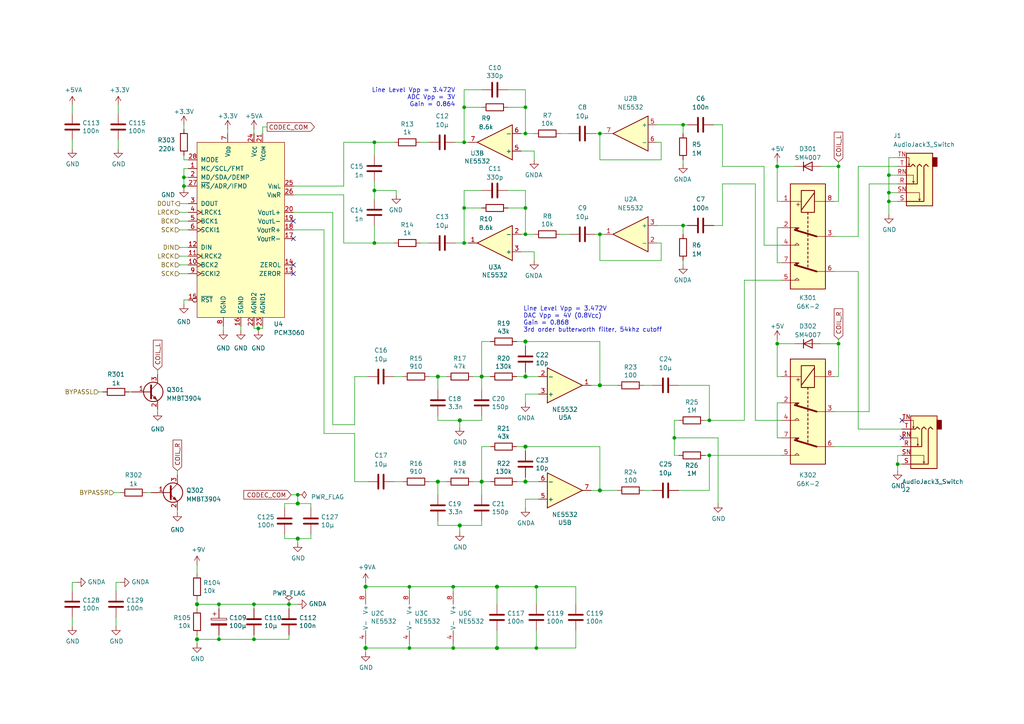
<source format=kicad_sch>
(kicad_sch (version 20230121) (generator eeschema)
  (paper "A4")
  (title_block (title "Whatever DSP") (rev "${REVISION}") (company "Nuclear Lighthouse Studios") (comment 1 "${LICENSE}"))
  (junction (at 57.15 175.26) (diameter 1.016))
  (junction (at 127 109.22) (diameter 1.016))
  (junction (at 155.575 187.96))
  (junction (at 108.585 41.275))
  (junction (at 127 139.7) (diameter 1.016))
  (junction (at 195.58 127) (diameter 0.9144))
  (junction (at 152.4 139.7) (diameter 1.016))
  (junction (at 63.5 175.26) (diameter 0.9144))
  (junction (at 225.425 48.26))
  (junction (at 260.35 134.62))
  (junction (at 139.7 139.7) (diameter 1.016))
  (junction (at 63.5 185.42) (diameter 0.9144))
  (junction (at 205.74 132.08) (diameter 0.9144))
  (junction (at 53.34 53.975))
  (junction (at 86.36 143.51))
  (junction (at 53.34 51.435))
  (junction (at 118.745 170.18))
  (junction (at 152.4 60.325) (diameter 0.9144))
  (junction (at 198.12 65.405))
  (junction (at 152.4 109.22) (diameter 1.016))
  (junction (at 198.12 36.195))
  (junction (at 106.045 187.96) (diameter 1.016))
  (junction (at 73.66 175.26) (diameter 0.9144))
  (junction (at 243.205 99.695))
  (junction (at 134.62 31.115) (diameter 0.9144))
  (junction (at 83.82 175.26) (diameter 0.9144))
  (junction (at 134.62 70.485) (diameter 0.9144))
  (junction (at 86.36 146.05) (diameter 1.016))
  (junction (at 134.62 41.275) (diameter 0.9144))
  (junction (at 106.045 170.18) (diameter 1.016))
  (junction (at 243.205 48.26))
  (junction (at 257.81 55.88))
  (junction (at 257.81 50.8))
  (junction (at 173.99 38.735))
  (junction (at 152.4 67.945) (diameter 0.9144))
  (junction (at 152.4 99.06) (diameter 1.016))
  (junction (at 57.15 185.42) (diameter 1.016))
  (junction (at 173.99 142.24) (diameter 1.016))
  (junction (at 152.4 38.735) (diameter 0.9144))
  (junction (at 152.4 129.54) (diameter 1.016))
  (junction (at 225.425 99.695))
  (junction (at 133.35 152.4) (diameter 1.016))
  (junction (at 133.35 121.92) (diameter 1.016))
  (junction (at 134.62 60.325) (diameter 0.9144))
  (junction (at 139.7 109.22) (diameter 1.016))
  (junction (at 74.93 95.25))
  (junction (at 173.99 67.945))
  (junction (at 108.585 70.485))
  (junction (at 173.99 111.76) (diameter 1.016))
  (junction (at 257.81 58.42))
  (junction (at 86.36 156.21) (diameter 1.016))
  (junction (at 144.145 187.96) (diameter 1.016))
  (junction (at 131.445 170.18))
  (junction (at 131.445 187.96))
  (junction (at 205.74 121.92))
  (junction (at 108.585 55.245))
  (junction (at 152.4 31.115) (diameter 0.9144))
  (junction (at 73.66 185.42) (diameter 0.9144))
  (junction (at 144.145 170.18) (diameter 1.016))
  (junction (at 118.745 187.96))
  (junction (at 155.575 170.18))
  (no_connect (at 85.09 79.375))
  (no_connect (at 85.09 76.835))
  (no_connect (at 261.62 121.92))
  (no_connect (at 85.09 69.215))
  (no_connect (at 85.09 64.135))
  (no_connect (at 261.62 127))
  (wire (pts (xy 135.89 41.275) (xy 134.62 41.275)))
  (wire (pts (xy 53.34 54.61) (xy 53.34 53.975)))
  (wire (pts (xy 257.81 58.42) (xy 257.81 62.23)))
  (wire (pts (xy 154.94 46.355) (xy 154.94 43.815)))
  (wire (pts (xy 225.425 46.99) (xy 225.425 48.26)))
  (wire (pts (xy 66.04 37.465) (xy 66.04 38.735)))
  (wire (pts (xy 74.93 95.25) (xy 73.66 95.25)))
  (wire (pts (xy 53.34 48.895) (xy 53.34 51.435)))
  (wire (pts (xy 261.62 124.46) (xy 248.92 124.46)))
  (wire (pts (xy 93.98 66.675) (xy 85.09 66.675)))
  (wire (pts (xy 73.66 184.15) (xy 73.66 185.42)))
  (wire (pts (xy 195.58 132.08) (xy 196.85 132.08)))
  (wire (pts (xy 106.045 170.18) (xy 106.045 168.91)))
  (wire (pts (xy 83.82 176.53) (xy 83.82 175.26)))
  (wire (pts (xy 96.52 61.595) (xy 96.52 123.19)))
  (wire (pts (xy 144.145 187.96) (xy 155.575 187.96)))
  (wire (pts (xy 149.86 129.54) (xy 152.4 129.54)))
  (wire (pts (xy 20.955 168.91) (xy 22.225 168.91)))
  (wire (pts (xy 93.98 125.73) (xy 93.98 66.675)))
  (wire (pts (xy 118.745 187.96) (xy 131.445 187.96)))
  (wire (pts (xy 144.145 170.18) (xy 144.145 175.26)))
  (wire (pts (xy 133.35 121.92) (xy 139.7 121.92)))
  (wire (pts (xy 225.425 99.695) (xy 230.505 99.695)))
  (wire (pts (xy 85.09 53.975) (xy 99.695 53.975)))
  (wire (pts (xy 225.425 48.26) (xy 230.505 48.26)))
  (wire (pts (xy 173.99 111.76) (xy 179.07 111.76)))
  (wire (pts (xy 215.9 81.28) (xy 215.9 121.92)))
  (wire (pts (xy 133.35 152.4) (xy 133.35 154.305)))
  (wire (pts (xy 139.7 121.92) (xy 139.7 120.65)))
  (wire (pts (xy 76.2 36.83) (xy 76.2 38.735)))
  (wire (pts (xy 102.87 123.19) (xy 102.87 109.22)))
  (wire (pts (xy 260.35 58.42) (xy 257.81 58.42)))
  (wire (pts (xy 93.98 125.73) (xy 102.87 125.73)))
  (wire (pts (xy 82.55 154.94) (xy 82.55 156.21)))
  (wire (pts (xy 155.575 170.18) (xy 167.005 170.18)))
  (wire (pts (xy 34.29 30.48) (xy 34.29 33.02)))
  (wire (pts (xy 260.35 134.62) (xy 260.35 136.525)))
  (wire (pts (xy 205.74 132.08) (xy 226.695 132.08)))
  (wire (pts (xy 260.35 55.88) (xy 257.81 55.88)))
  (wire (pts (xy 64.77 94.615) (xy 64.77 95.885)))
  (wire (pts (xy 205.74 132.08) (xy 205.74 142.24)))
  (wire (pts (xy 133.35 121.92) (xy 133.35 123.825)))
  (wire (pts (xy 139.7 129.54) (xy 142.24 129.54)))
  (wire (pts (xy 102.87 139.7) (xy 106.68 139.7)))
  (wire (pts (xy 134.62 55.245) (xy 134.62 60.325)))
  (wire (pts (xy 219.075 53.34) (xy 209.55 53.34)))
  (wire (pts (xy 155.575 187.96) (xy 155.575 182.88)))
  (wire (pts (xy 195.58 121.92) (xy 196.85 121.92)))
  (wire (pts (xy 127 151.13) (xy 127 152.4)))
  (wire (pts (xy 51.435 147.955) (xy 51.435 148.59)))
  (wire (pts (xy 191.77 75.565) (xy 173.99 75.565)))
  (wire (pts (xy 114.935 55.245) (xy 108.585 55.245)))
  (wire (pts (xy 118.745 170.18) (xy 131.445 170.18)))
  (wire (pts (xy 108.585 70.485) (xy 114.3 70.485)))
  (wire (pts (xy 73.66 176.53) (xy 73.66 175.26)))
  (wire (pts (xy 139.7 55.245) (xy 134.62 55.245)))
  (wire (pts (xy 205.74 142.24) (xy 196.85 142.24)))
  (wire (pts (xy 149.86 139.7) (xy 152.4 139.7)))
  (wire (pts (xy 173.99 129.54) (xy 173.99 142.24)))
  (wire (pts (xy 33.655 179.07) (xy 33.655 181.61)))
  (wire (pts (xy 252.095 119.38) (xy 241.935 119.38)))
  (wire (pts (xy 241.935 129.54) (xy 261.62 129.54)))
  (wire (pts (xy 99.695 56.515) (xy 99.695 70.485)))
  (wire (pts (xy 108.585 55.245) (xy 108.585 57.785)))
  (wire (pts (xy 225.425 127) (xy 226.695 127)))
  (wire (pts (xy 243.205 48.26) (xy 243.205 58.42)))
  (wire (pts (xy 167.005 170.18) (xy 167.005 175.26)))
  (wire (pts (xy 85.09 56.515) (xy 99.695 56.515)))
  (wire (pts (xy 53.34 36.195) (xy 53.34 37.465)))
  (wire (pts (xy 73.66 95.25) (xy 73.66 94.615)))
  (wire (pts (xy 90.17 146.05) (xy 90.17 147.32)))
  (wire (pts (xy 134.62 31.115) (xy 134.62 41.275)))
  (wire (pts (xy 226.695 81.28) (xy 215.9 81.28)))
  (wire (pts (xy 186.69 111.76) (xy 189.23 111.76)))
  (wire (pts (xy 165.1 38.735) (xy 162.56 38.735)))
  (wire (pts (xy 226.695 116.84) (xy 225.425 116.84)))
  (wire (pts (xy 52.07 71.755) (xy 54.61 71.755)))
  (wire (pts (xy 127 120.65) (xy 127 121.92)))
  (wire (pts (xy 127 139.7) (xy 129.54 139.7)))
  (wire (pts (xy 195.58 121.92) (xy 195.58 127)))
  (wire (pts (xy 243.205 58.42) (xy 241.935 58.42)))
  (wire (pts (xy 57.15 166.37) (xy 57.15 163.83)))
  (wire (pts (xy 99.695 70.485) (xy 108.585 70.485)))
  (wire (pts (xy 54.61 48.895) (xy 53.34 48.895)))
  (wire (pts (xy 134.62 41.275) (xy 132.08 41.275)))
  (wire (pts (xy 131.445 170.18) (xy 131.445 171.45)))
  (wire (pts (xy 139.7 99.06) (xy 142.24 99.06)))
  (wire (pts (xy 33.655 171.45) (xy 33.655 168.91)))
  (wire (pts (xy 225.425 109.22) (xy 226.695 109.22)))
  (wire (pts (xy 124.46 109.22) (xy 127 109.22)))
  (wire (pts (xy 154.94 67.945) (xy 152.4 67.945)))
  (wire (pts (xy 173.99 111.76) (xy 171.45 111.76)))
  (wire (pts (xy 243.205 46.99) (xy 243.205 48.26)))
  (wire (pts (xy 209.55 65.405) (xy 207.01 65.405)))
  (wire (pts (xy 114.3 139.7) (xy 116.84 139.7)))
  (wire (pts (xy 131.445 170.18) (xy 144.145 170.18)))
  (wire (pts (xy 90.17 156.21) (xy 90.17 154.94)))
  (wire (pts (xy 173.99 142.24) (xy 171.45 142.24)))
  (wire (pts (xy 118.745 170.18) (xy 118.745 171.45)))
  (wire (pts (xy 45.72 107.315) (xy 45.72 108.585)))
  (wire (pts (xy 152.4 139.7) (xy 152.4 138.43)))
  (wire (pts (xy 139.7 143.51) (xy 139.7 139.7)))
  (wire (pts (xy 173.99 46.355) (xy 173.99 38.735)))
  (wire (pts (xy 248.92 68.58) (xy 241.935 68.58)))
  (wire (pts (xy 20.955 40.64) (xy 20.955 43.18)))
  (wire (pts (xy 57.15 186.69) (xy 57.15 185.42)))
  (wire (pts (xy 34.29 40.64) (xy 34.29 43.18)))
  (wire (pts (xy 243.205 109.22) (xy 241.935 109.22)))
  (wire (pts (xy 134.62 70.485) (xy 132.08 70.485)))
  (wire (pts (xy 152.4 147.32) (xy 152.4 144.78)))
  (wire (pts (xy 99.695 53.975) (xy 99.695 41.275)))
  (wire (pts (xy 152.4 99.06) (xy 152.4 100.33)))
  (wire (pts (xy 198.12 65.405) (xy 198.12 67.945)))
  (wire (pts (xy 186.69 142.24) (xy 189.23 142.24)))
  (wire (pts (xy 86.36 143.51) (xy 84.455 143.51)))
  (wire (pts (xy 108.585 41.275) (xy 108.585 45.085)))
  (wire (pts (xy 152.4 31.115) (xy 152.4 38.735)))
  (wire (pts (xy 139.7 113.03) (xy 139.7 109.22)))
  (wire (pts (xy 226.695 76.2) (xy 225.425 76.2)))
  (wire (pts (xy 85.09 61.595) (xy 96.52 61.595)))
  (wire (pts (xy 37.465 113.665) (xy 38.1 113.665)))
  (wire (pts (xy 199.39 65.405) (xy 198.12 65.405)))
  (wire (pts (xy 152.4 144.78) (xy 156.21 144.78)))
  (wire (pts (xy 63.5 184.15) (xy 63.5 185.42)))
  (wire (pts (xy 155.575 170.18) (xy 155.575 175.26)))
  (wire (pts (xy 137.16 109.22) (xy 139.7 109.22)))
  (wire (pts (xy 198.12 36.195) (xy 198.12 38.735)))
  (wire (pts (xy 53.34 53.975) (xy 53.34 51.435)))
  (wire (pts (xy 257.81 45.72) (xy 257.81 50.8)))
  (wire (pts (xy 260.35 134.62) (xy 261.62 134.62)))
  (wire (pts (xy 134.62 60.325) (xy 134.62 70.485)))
  (wire (pts (xy 221.615 71.12) (xy 226.695 71.12)))
  (wire (pts (xy 20.955 30.48) (xy 20.955 33.02)))
  (wire (pts (xy 142.24 109.22) (xy 139.7 109.22)))
  (wire (pts (xy 208.28 127) (xy 208.28 146.05)))
  (wire (pts (xy 102.87 125.73) (xy 102.87 139.7)))
  (wire (pts (xy 108.585 41.275) (xy 114.3 41.275)))
  (wire (pts (xy 57.15 185.42) (xy 57.15 184.15)))
  (wire (pts (xy 152.4 38.735) (xy 151.13 38.735)))
  (wire (pts (xy 205.74 121.92) (xy 215.9 121.92)))
  (wire (pts (xy 195.58 127) (xy 208.28 127)))
  (wire (pts (xy 52.07 59.055) (xy 54.61 59.055)))
  (wire (pts (xy 52.07 66.675) (xy 54.61 66.675)))
  (wire (pts (xy 53.34 86.995) (xy 54.61 86.995)))
  (wire (pts (xy 260.35 48.26) (xy 248.92 48.26)))
  (wire (pts (xy 106.045 189.23) (xy 106.045 187.96)))
  (wire (pts (xy 106.045 170.18) (xy 118.745 170.18)))
  (wire (pts (xy 209.55 36.195) (xy 207.01 36.195)))
  (wire (pts (xy 83.82 175.26) (xy 86.36 175.26)))
  (wire (pts (xy 20.955 179.07) (xy 20.955 181.61)))
  (wire (pts (xy 225.425 99.695) (xy 225.425 109.22)))
  (wire (pts (xy 139.7 26.035) (xy 134.62 26.035)))
  (wire (pts (xy 127 109.22) (xy 127 113.03)))
  (wire (pts (xy 106.045 171.45) (xy 106.045 170.18)))
  (wire (pts (xy 52.07 64.135) (xy 54.61 64.135)))
  (wire (pts (xy 86.36 156.21) (xy 86.36 157.48)))
  (wire (pts (xy 198.12 75.565) (xy 198.12 76.835)))
  (wire (pts (xy 82.55 146.05) (xy 82.55 147.32)))
  (wire (pts (xy 225.425 76.2) (xy 225.425 66.04)))
  (wire (pts (xy 108.585 52.705) (xy 108.585 55.245)))
  (wire (pts (xy 77.47 36.83) (xy 76.2 36.83)))
  (wire (pts (xy 154.94 43.815) (xy 151.13 43.815)))
  (wire (pts (xy 124.46 70.485) (xy 121.92 70.485)))
  (wire (pts (xy 102.87 109.22) (xy 106.68 109.22)))
  (wire (pts (xy 127 109.22) (xy 129.54 109.22)))
  (wire (pts (xy 173.99 142.24) (xy 179.07 142.24)))
  (wire (pts (xy 225.425 98.425) (xy 225.425 99.695)))
  (wire (pts (xy 209.55 53.34) (xy 209.55 65.405)))
  (wire (pts (xy 173.99 38.735) (xy 172.72 38.735)))
  (wire (pts (xy 238.125 48.26) (xy 243.205 48.26)))
  (wire (pts (xy 57.15 175.26) (xy 57.15 173.99)))
  (wire (pts (xy 225.425 116.84) (xy 225.425 127)))
  (wire (pts (xy 118.745 187.96) (xy 118.745 186.69)))
  (wire (pts (xy 127 121.92) (xy 133.35 121.92)))
  (wire (pts (xy 139.7 152.4) (xy 139.7 151.13)))
  (wire (pts (xy 152.4 109.22) (xy 156.21 109.22)))
  (wire (pts (xy 260.35 132.08) (xy 260.35 134.62)))
  (wire (pts (xy 52.07 74.295) (xy 54.61 74.295)))
  (wire (pts (xy 147.32 55.245) (xy 152.4 55.245)))
  (wire (pts (xy 225.425 58.42) (xy 225.425 48.26)))
  (wire (pts (xy 149.86 109.22) (xy 152.4 109.22)))
  (wire (pts (xy 152.4 99.06) (xy 173.99 99.06)))
  (wire (pts (xy 144.145 187.96) (xy 144.145 182.88)))
  (wire (pts (xy 199.39 36.195) (xy 198.12 36.195)))
  (wire (pts (xy 191.77 70.485) (xy 191.77 75.565)))
  (wire (pts (xy 191.77 41.275) (xy 190.5 41.275)))
  (wire (pts (xy 257.81 55.88) (xy 257.81 58.42)))
  (wire (pts (xy 260.35 50.8) (xy 257.81 50.8)))
  (wire (pts (xy 74.93 95.25) (xy 74.93 95.885)))
  (wire (pts (xy 204.47 121.92) (xy 205.74 121.92)))
  (wire (pts (xy 74.93 95.25) (xy 76.2 95.25)))
  (wire (pts (xy 152.4 129.54) (xy 152.4 130.81)))
  (wire (pts (xy 152.4 116.84) (xy 152.4 114.3)))
  (wire (pts (xy 20.955 171.45) (xy 20.955 168.91)))
  (wire (pts (xy 83.82 184.15) (xy 83.82 185.42)))
  (wire (pts (xy 191.77 41.275) (xy 191.77 46.355)))
  (wire (pts (xy 204.47 132.08) (xy 205.74 132.08)))
  (wire (pts (xy 225.425 58.42) (xy 226.695 58.42)))
  (wire (pts (xy 155.575 187.96) (xy 167.005 187.96)))
  (wire (pts (xy 86.36 156.21) (xy 90.17 156.21)))
  (wire (pts (xy 152.4 31.115) (xy 147.32 31.115)))
  (wire (pts (xy 108.585 70.485) (xy 108.585 65.405)))
  (wire (pts (xy 106.045 187.96) (xy 118.745 187.96)))
  (wire (pts (xy 57.15 175.26) (xy 63.5 175.26)))
  (wire (pts (xy 99.695 41.275) (xy 108.585 41.275)))
  (wire (pts (xy 134.62 26.035) (xy 134.62 31.115)))
  (wire (pts (xy 96.52 123.19) (xy 102.87 123.19)))
  (wire (pts (xy 53.34 53.975) (xy 54.61 53.975)))
  (wire (pts (xy 106.045 187.96) (xy 106.045 186.69)))
  (wire (pts (xy 154.94 75.565) (xy 154.94 73.025)))
  (wire (pts (xy 152.4 114.3) (xy 156.21 114.3)))
  (wire (pts (xy 82.55 156.21) (xy 86.36 156.21)))
  (wire (pts (xy 131.445 187.96) (xy 144.145 187.96)))
  (wire (pts (xy 63.5 185.42) (xy 73.66 185.42)))
  (wire (pts (xy 139.7 109.22) (xy 139.7 99.06)))
  (wire (pts (xy 73.66 185.42) (xy 83.82 185.42)))
  (wire (pts (xy 53.34 88.265) (xy 53.34 86.995)))
  (wire (pts (xy 28.575 113.665) (xy 29.845 113.665)))
  (wire (pts (xy 225.425 66.04) (xy 226.695 66.04)))
  (wire (pts (xy 152.4 109.22) (xy 152.4 107.95)))
  (wire (pts (xy 52.07 61.595) (xy 54.61 61.595)))
  (wire (pts (xy 127 152.4) (xy 133.35 152.4)))
  (wire (pts (xy 260.35 45.72) (xy 257.81 45.72)))
  (wire (pts (xy 221.615 48.26) (xy 221.615 71.12)))
  (wire (pts (xy 131.445 187.96) (xy 131.445 186.69)))
  (wire (pts (xy 173.99 75.565) (xy 173.99 67.945)))
  (wire (pts (xy 137.16 139.7) (xy 139.7 139.7)))
  (wire (pts (xy 248.92 124.46) (xy 248.92 78.74)))
  (wire (pts (xy 133.35 152.4) (xy 139.7 152.4)))
  (wire (pts (xy 260.35 53.34) (xy 252.095 53.34)))
  (wire (pts (xy 53.34 46.355) (xy 54.61 46.355)))
  (wire (pts (xy 175.26 67.945) (xy 173.99 67.945)))
  (wire (pts (xy 33.02 142.875) (xy 34.925 142.875)))
  (wire (pts (xy 243.205 99.695) (xy 243.205 109.22)))
  (wire (pts (xy 152.4 139.7) (xy 156.21 139.7)))
  (wire (pts (xy 63.5 185.42) (xy 57.15 185.42)))
  (wire (pts (xy 63.5 175.26) (xy 63.5 176.53)))
  (wire (pts (xy 139.7 60.325) (xy 134.62 60.325)))
  (wire (pts (xy 33.655 168.91) (xy 34.925 168.91)))
  (wire (pts (xy 63.5 175.26) (xy 73.66 175.26)))
  (wire (pts (xy 191.77 46.355) (xy 173.99 46.355)))
  (wire (pts (xy 149.86 99.06) (xy 152.4 99.06)))
  (wire (pts (xy 53.34 45.085) (xy 53.34 46.355)))
  (wire (pts (xy 69.85 94.615) (xy 69.85 95.885)))
  (wire (pts (xy 124.46 139.7) (xy 127 139.7)))
  (wire (pts (xy 248.92 48.26) (xy 248.92 68.58)))
  (wire (pts (xy 86.36 146.05) (xy 90.17 146.05)))
  (wire (pts (xy 86.36 146.05) (xy 86.36 143.51)))
  (wire (pts (xy 152.4 26.035) (xy 152.4 31.115)))
  (wire (pts (xy 167.005 187.96) (xy 167.005 182.88)))
  (wire (pts (xy 45.72 118.745) (xy 45.72 119.38)))
  (wire (pts (xy 173.99 67.945) (xy 172.72 67.945)))
  (wire (pts (xy 173.99 99.06) (xy 173.99 111.76)))
  (wire (pts (xy 252.095 53.34) (xy 252.095 119.38)))
  (wire (pts (xy 135.89 70.485) (xy 134.62 70.485)))
  (wire (pts (xy 190.5 70.485) (xy 191.77 70.485)))
  (wire (pts (xy 147.32 26.035) (xy 152.4 26.035)))
  (wire (pts (xy 57.15 176.53) (xy 57.15 175.26)))
  (wire (pts (xy 76.2 95.25) (xy 76.2 94.615)))
  (wire (pts (xy 198.12 65.405) (xy 190.5 65.405)))
  (wire (pts (xy 114.3 109.22) (xy 116.84 109.22)))
  (wire (pts (xy 173.99 38.735) (xy 175.26 38.735)))
  (wire (pts (xy 219.075 121.92) (xy 219.075 53.34)))
  (wire (pts (xy 165.1 67.945) (xy 162.56 67.945)))
  (wire (pts (xy 226.695 121.92) (xy 219.075 121.92)))
  (wire (pts (xy 152.4 129.54) (xy 173.99 129.54)))
  (wire (pts (xy 257.81 50.8) (xy 257.81 55.88)))
  (wire (pts (xy 144.145 170.18) (xy 155.575 170.18)))
  (wire (pts (xy 127 139.7) (xy 127 143.51)))
  (wire (pts (xy 152.4 60.325) (xy 152.4 67.945)))
  (wire (pts (xy 261.62 132.08) (xy 260.35 132.08)))
  (wire (pts (xy 198.12 46.355) (xy 198.12 47.625)))
  (wire (pts (xy 114.935 56.515) (xy 114.935 55.245)))
  (wire (pts (xy 241.935 78.74) (xy 248.92 78.74)))
  (wire (pts (xy 73.66 175.26) (xy 83.82 175.26)))
  (wire (pts (xy 139.7 31.115) (xy 134.62 31.115)))
  (wire (pts (xy 238.125 99.695) (xy 243.205 99.695)))
  (wire (pts (xy 52.07 76.835) (xy 54.61 76.835)))
  (wire (pts (xy 205.74 111.76) (xy 196.85 111.76)))
  (wire (pts (xy 73.66 37.465) (xy 73.66 38.735)))
  (wire (pts (xy 243.205 98.425) (xy 243.205 99.695)))
  (wire (pts (xy 152.4 55.245) (xy 152.4 60.325)))
  (wire (pts (xy 82.55 146.05) (xy 86.36 146.05)))
  (wire (pts (xy 53.34 51.435) (xy 54.61 51.435)))
  (wire (pts (xy 154.94 73.025) (xy 151.13 73.025)))
  (wire (pts (xy 205.74 121.92) (xy 205.74 111.76)))
  (wire (pts (xy 124.46 41.275) (xy 121.92 41.275)))
  (wire (pts (xy 142.24 139.7) (xy 139.7 139.7)))
  (wire (pts (xy 42.545 142.875) (xy 43.815 142.875)))
  (wire (pts (xy 152.4 60.325) (xy 147.32 60.325)))
  (wire (pts (xy 198.12 36.195) (xy 190.5 36.195)))
  (wire (pts (xy 139.7 139.7) (xy 139.7 129.54)))
  (wire (pts (xy 221.615 48.26) (xy 209.55 48.26)))
  (wire (pts (xy 195.58 127) (xy 195.58 132.08)))
  (wire (pts (xy 154.94 38.735) (xy 152.4 38.735)))
  (wire (pts (xy 209.55 36.195) (xy 209.55 48.26)))
  (wire (pts (xy 52.07 79.375) (xy 54.61 79.375)))
  (wire (pts (xy 51.435 136.525) (xy 51.435 137.795)))
  (wire (pts (xy 152.4 67.945) (xy 151.13 67.945)))
  (text "Line Level Vpp = 3.472V\nDAC Vpp = 4V (0.8V_{CC})\nGain = 0.868\n3rd order butterworth filter, 54khz cutoff" (at 151.765 96.52 0) (effects (font (size 1.27 1.27)) (justify left bottom)))
  (text "Line Level Vpp = 3.472V\nADC Vpp = 3V\nGain = 0.864" (at 132.08 31.115 0) (effects (font (size 1.27 1.27)) (justify right bottom)))
  (global_label "CODEC_COM" (shape output) (at 77.47 36.83 0) (property "Intersheetrefs" "${INTERSHEET_REFS}" (effects hide)))
  (global_label "COIL_L" (shape input) (at 45.72 107.315 90) (property "Intersheetrefs" "${INTERSHEET_REFS}" (effects hide)))
  (global_label "COIL_R" (shape input) (at 51.435 136.525 90) (property "Intersheetrefs" "${INTERSHEET_REFS}" (effects hide)))
  (global_label "COIL_L" (shape input) (at 243.205 46.99 90) (property "Intersheetrefs" "${INTERSHEET_REFS}" (effects hide)))
  (global_label "CODEC_COM" (shape input) (at 84.455 143.51 180) (property "Intersheetrefs" "${INTERSHEET_REFS}" (effects hide)))
  (global_label "COIL_R" (shape input) (at 243.205 98.425 90) (property "Intersheetrefs" "${INTERSHEET_REFS}" (effects hide)))
  (hierarchical_label "BYPASSR" (shape input) (at 33.02 142.875 180))
  (hierarchical_label "LRCK" (shape input) (at 52.07 61.595 180))
  (hierarchical_label "DOUT" (shape output) (at 52.07 59.055 180))
  (hierarchical_label "BCK" (shape input) (at 52.07 64.135 180))
  (hierarchical_label "SCK" (shape input) (at 52.07 79.375 180))
  (hierarchical_label "BCK" (shape input) (at 52.07 76.835 180))
  (hierarchical_label "LRCK" (shape input) (at 52.07 74.295 180))
  (hierarchical_label "BYPASSL" (shape input) (at 28.575 113.665 180))
  (hierarchical_label "SCK" (shape input) (at 52.07 66.675 180))
  (hierarchical_label "DIN" (shape input) (at 52.07 71.755 180))
  (symbol (lib_id "Device:C") (at 110.49 139.7 90) (unit 1)
    (property "Reference" "C17" (at 110.49 132.08 90))
    (property "Value" "10µ" (at 110.49 134.62 90))
    (property "Footprint" "Capacitor_SMD:C_0603_1608Metric" (effects hide))
    (instances (project "FXDSP" (path "" (reference "C17") (unit 1)) (path "" (reference "C313") (unit 1))))
  )
  (symbol (lib_id "power:GND") (at 74.93 95.885 0) (unit 1)
    (property "Reference" "#PWR0320" (effects hide))
    (property "Value" "GND" (at 74.93 100.965 0))
  )
  (symbol (lib_id "power:GNDA") (at 22.225 168.91 90) (unit 1)
    (property "Reference" "#PWR0132" (effects hide))
    (property "Value" "GNDA" (at 25.4001 168.7957 90) (effects (justify right)))
    (instances (project "FXDSP" (path "" (reference "#PWR0132") (unit 1)) (path "" (reference "#PWR0304") (unit 1))))
  )
  (symbol (lib_id "power:GND") (at 53.34 88.265 0) (unit 1)
    (property "Reference" "#PWR0313" (effects hide))
    (property "Value" "GND" (at 53.34 93.345 0))
  )
  (symbol (lib_id "Diode:SM4007") (at 234.315 99.695 0) (unit 1)
    (property "Reference" "D302" (at 234.315 94.615 0))
    (property "Value" "SM4007" (at 234.315 97.155 0))
    (property "Footprint" "Diode_SMD:D_SOD-123F" (effects hide))
    (property "Datasheet" "http://cdn-reichelt.de/documents/datenblatt/A400/SMD1N400%23DIO.pdf" (effects hide))
    (property "Sim.Device" "D" (effects hide))
    (property "Sim.Pins" "1=K 2=A" (effects hide))
  )
  (symbol (lib_id "power:GNDA") (at 154.94 75.565 0) (mirror y) (unit 1)
    (property "Reference" "#PWR015" (effects hide))
    (property "Value" "GNDA" (at 154.813 79.9592 0))
    (instances (project "FXDSP" (path "" (reference "#PWR015") (unit 1)) (path "" (reference "#PWR0331") (unit 1))))
  )
  (symbol (lib_id "Device:C") (at 155.575 179.07 0) (unit 1)
    (property "Reference" "C119" (at 158.496 177.9016 0) (effects (justify left)))
    (property "Value" "100n" (at 158.496 180.213 0) (effects (justify left)))
    (property "Footprint" "Capacitor_SMD:C_0402_1005Metric" (effects hide))
    (instances (project "FXDSP" (path "" (reference "C119") (unit 1)) (path "" (reference "C325") (unit 1))))
  )
  (symbol (lib_id "power:+5VA") (at 20.955 30.48 0) (unit 1)
    (property "Reference" "#PWR0121" (effects hide))
    (property "Value" "+5VA" (at 21.336 26.0858 0))
    (instances (project "FXDSP" (path "" (reference "#PWR0121") (unit 1)) (path "" (reference "#PWR0301") (unit 1))))
  )
  (symbol (lib_id "power:PWR_FLAG") (at 83.82 175.26 0) (unit 1)
    (property "Reference" "#FLG0103" (effects hide))
    (property "Value" "PWR_FLAG" (at 83.82 172.085 0))
    (instances (project "FXDSP" (path "" (reference "#FLG0103") (unit 1)) (path "" (reference "#FLG0301") (unit 1))))
  )
  (symbol (lib_id "power:+9VA") (at 106.045 168.91 0) (unit 1)
    (property "Reference" "#PWR0123" (effects hide))
    (property "Value" "+9VA" (at 106.426 164.5158 0))
    (instances (project "FXDSP" (path "" (reference "#PWR0123") (unit 1)) (path "" (reference "#PWR0323") (unit 1))))
  )
  (symbol (lib_id "power:GND") (at 57.15 186.69 0) (unit 1)
    (property "Reference" "#PWR0117" (effects hide))
    (property "Value" "GND" (at 57.277 191.0842 0))
    (instances (project "FXDSP" (path "" (reference "#PWR0117") (unit 1)) (path "" (reference "#PWR0315") (unit 1))))
  )
  (symbol (lib_id "Amplifier_Operational:NE5532") (at 163.83 142.24 0) (mirror x) (unit 2)
    (property "Reference" "U5" (at 163.83 151.5618 0))
    (property "Value" "NE5532" (at 163.83 149.2504 0))
    (property "Footprint" "Package_SO:SOIC-8_3.9x4.9mm_P1.27mm" (effects hide))
    (property "Datasheet" "http://www.ti.com/lit/ds/symlink/ne5532.pdf" (effects hide))
    (instances (project "FXDSP" (path "" (reference "U5") (unit 2)) (path "" (reference "U303") (unit 2))))
  )
  (symbol (lib_id "Device:C") (at 193.04 111.76 90) (unit 1)
    (property "Reference" "C24" (at 193.04 104.14 90))
    (property "Value" "10µ" (at 193.04 106.68 90))
    (property "Footprint" "Capacitor_SMD:C_0603_1608Metric" (effects hide))
    (instances (project "FXDSP" (path "" (reference "C24") (unit 1)) (path "" (reference "C329") (unit 1))))
  )
  (symbol (lib_id "power:GNDA") (at 152.4 147.32 0) (unit 1)
    (property "Reference" "#PWR027" (effects hide))
    (property "Value" "GNDA" (at 152.527 151.7142 0))
    (instances (project "FXDSP" (path "" (reference "#PWR027") (unit 1)) (path "" (reference "#PWR0329") (unit 1))))
  )
  (symbol (lib_id "Device:C") (at 83.82 180.34 0) (unit 1)
    (property "Reference" "C112" (at 86.7411 179.1906 0) (effects (justify left)))
    (property "Value" "100n" (at 86.7411 181.4893 0) (effects (justify left)))
    (property "Footprint" "Capacitor_SMD:C_0402_1005Metric" (effects hide))
    (instances (project "FXDSP" (path "" (reference "C112") (unit 1)) (path "" (reference "C308") (unit 1))))
  )
  (symbol (lib_id "Device:C") (at 20.955 36.83 180) (unit 1)
    (property "Reference" "C113" (at 23.876 35.6616 0) (effects (justify right)))
    (property "Value" "100n" (at 23.876 37.973 0) (effects (justify right)))
    (property "Footprint" "Capacitor_SMD:C_0402_1005Metric" (effects hide))
    (instances (project "FXDSP" (path "" (reference "C113") (unit 1)) (path "" (reference "C301") (unit 1))))
  )
  (symbol (lib_id "Device:R") (at 198.12 42.545 0) (mirror x) (unit 1)
    (property "Reference" "R5" (at 200.66 41.91 0) (effects (justify left)))
    (property "Value" "1M" (at 200.66 44.45 0) (effects (justify left)))
    (property "Footprint" "Resistor_SMD:R_0402_1005Metric" (effects hide))
    (instances (project "FXDSP" (path "" (reference "R5") (unit 1)) (path "" (reference "R322") (unit 1))))
  )
  (symbol (lib_id "Amplifier_Operational:NE5532") (at 121.285 179.07 0) (unit 3)
    (property "Reference" "U3" (at 120.2182 177.9016 0) (effects (justify left)))
    (property "Value" "NE5532" (at 120.2182 180.213 0) (effects (justify left)))
    (property "Footprint" "Package_SO:SOIC-8_3.9x4.9mm_P1.27mm" (effects hide))
    (property "Datasheet" "http://www.ti.com/lit/ds/symlink/ne5532.pdf" (effects hide))
    (instances (project "FXDSP" (path "" (reference "U3") (unit 3)) (path "" (reference "U303") (unit 3))))
  )
  (symbol (lib_id "Device:R") (at 146.05 109.22 270) (unit 1)
    (property "Reference" "R20" (at 146.05 103.9622 90))
    (property "Value" "130k" (at 146.05 106.2736 90))
    (property "Footprint" "Resistor_SMD:R_0603_1608Metric" (effects hide))
    (instances (project "FXDSP" (path "" (reference "R20") (unit 1)) (path "" (reference "R315") (unit 1))))
  )
  (symbol (lib_id "Connector_Audio:AudioJack3_Switch") (at 266.7 129.54 180) (unit 1)
    (property "Reference" "J2" (at 261.62 141.9987 0) (effects (justify right)))
    (property "Value" "AudioJack3_Switch" (at 261.62 139.7 0) (effects (justify right)))
    (property "Footprint" "Connector_Audio:Jack_6.35mm_Neutrik_NMJ6HCD2_Horizontal" (effects hide))
    (instances (project "FXDSP" (path "" (reference "J2") (unit 1)) (path "" (reference "J302") (unit 1))))
  )
  (symbol (lib_id "Device:C") (at 127 116.84 0) (unit 1)
    (property "Reference" "C18" (at 129.921 115.6716 0) (effects (justify left)))
    (property "Value" "3.3n" (at 129.921 117.983 0) (effects (justify left)))
    (property "Footprint" "Capacitor_SMD:C_0402_1005Metric" (effects hide))
    (instances (project "FXDSP" (path "" (reference "C18") (unit 1)) (path "" (reference "C314") (unit 1))))
  )
  (symbol (lib_id "power:+9V") (at 57.15 163.83 0) (unit 1)
    (property "Reference" "#PWR0116" (effects hide))
    (property "Value" "+9V" (at 57.531 159.4358 0))
    (instances (project "FXDSP" (path "" (reference "#PWR0116") (unit 1)) (path "" (reference "#PWR0314") (unit 1))))
  )
  (symbol (lib_id "power:GND") (at 106.045 189.23 0) (unit 1)
    (property "Reference" "#PWR0124" (effects hide))
    (property "Value" "GND" (at 106.172 193.6242 0))
    (instances (project "FXDSP" (path "" (reference "#PWR0124") (unit 1)) (path "" (reference "#PWR0324") (unit 1))))
  )
  (symbol (lib_id "Device:R") (at 120.65 139.7 270) (unit 1)
    (property "Reference" "R16" (at 120.65 134.4422 90))
    (property "Value" "910" (at 120.65 136.7536 90))
    (property "Footprint" "Resistor_SMD:R_0402_1005Metric" (effects hide))
    (instances (project "FXDSP" (path "" (reference "R16") (unit 1)) (path "" (reference "R309") (unit 1))))
  )
  (symbol (lib_id "power:GND") (at 260.35 136.525 0) (unit 1)
    (property "Reference" "#PWR028" (effects hide))
    (property "Value" "GND" (at 260.477 140.9192 0))
    (instances (project "FXDSP" (path "" (reference "#PWR028") (unit 1)) (path "" (reference "#PWR0338") (unit 1))))
  )
  (symbol (lib_id "Device:R") (at 200.66 121.92 270) (unit 1)
    (property "Reference" "R25" (at 200.66 116.6622 90))
    (property "Value" "1M" (at 200.66 118.9736 90))
    (property "Footprint" "Resistor_SMD:R_0402_1005Metric" (effects hide))
    (instances (project "FXDSP" (path "" (reference "R25") (unit 1)) (path "" (reference "R324") (unit 1))))
  )
  (symbol (lib_id "Amplifier_Operational:NE5532") (at 133.985 179.07 0) (unit 3)
    (property "Reference" "U5" (at 132.9182 177.9016 0) (effects (justify left)))
    (property "Value" "NE5532" (at 132.9182 180.213 0) (effects (justify left)))
    (property "Footprint" "Package_SO:SOIC-8_3.9x4.9mm_P1.27mm" (effects hide))
    (property "Datasheet" "http://www.ti.com/lit/ds/symlink/ne5532.pdf" (effects hide))
    (instances (project "FXDSP" (path "" (reference "U5") (unit 3)) (path "" (reference "U304") (unit 3))))
  )
  (symbol (lib_id "power:GND") (at 86.36 157.48 0) (unit 1)
    (property "Reference" "#PWR0130" (effects hide))
    (property "Value" "GND" (at 86.487 161.8742 0))
    (instances (project "FXDSP" (path "" (reference "#PWR0130") (unit 1)) (path "" (reference "#PWR0321") (unit 1))))
  )
  (symbol (lib_id "Connector_Audio:AudioJack3_Switch") (at 265.43 53.34 180) (unit 1)
    (property "Reference" "J1" (at 259.08 39.37 0) (effects (justify right)))
    (property "Value" "AudioJack3_Switch" (at 259.08 41.91 0) (effects (justify right)))
    (property "Footprint" "Connector_Audio:Jack_6.35mm_Neutrik_NMJ6HCD2_Horizontal" (effects hide))
    (instances (project "FXDSP" (path "" (reference "J1") (unit 1)) (path "" (reference "J301") (unit 1))))
  )
  (symbol (lib_id "Device:R") (at 53.34 41.275 0) (unit 1)
    (property "Reference" "R303" (at 50.8 40.64 0) (effects (justify right)))
    (property "Value" "220k" (at 50.8 43.18 0) (effects (justify right)))
    (property "Footprint" "Resistor_SMD:R_0402_1005Metric" (effects hide))
  )
  (symbol (lib_id "power:GND") (at 133.35 123.825 0) (unit 1)
    (property "Reference" "#PWR028" (effects hide))
    (property "Value" "GND" (at 133.477 128.2192 0))
    (instances (project "FXDSP" (path "" (reference "#PWR028") (unit 1)) (path "" (reference "#PWR0326") (unit 1))))
  )
  (symbol (lib_id "Device:C") (at 168.91 38.735 270) (mirror x) (unit 1)
    (property "Reference" "C8" (at 168.91 31.115 90))
    (property "Value" "10µ" (at 168.91 33.655 90))
    (property "Footprint" "Capacitor_SMD:C_0603_1608Metric" (effects hide))
    (instances (project "FXDSP" (path "" (reference "C8") (unit 1)) (path "" (reference "C327") (unit 1))))
  )
  (symbol (lib_id "Device:C") (at 128.27 41.275 270) (mirror x) (unit 1)
    (property "Reference" "C12" (at 128.27 33.655 90))
    (property "Value" "10µ" (at 128.27 36.195 90))
    (property "Footprint" "Capacitor_SMD:C_0603_1608Metric" (effects hide))
    (instances (project "FXDSP" (path "" (reference "C12") (unit 1)) (path "" (reference "C316") (unit 1))))
  )
  (symbol (lib_id "power:GND") (at 114.935 56.515 0) (mirror y) (unit 1)
    (property "Reference" "#PWR016" (effects hide))
    (property "Value" "GND" (at 114.808 60.9092 0))
    (instances (project "FXDSP" (path "" (reference "#PWR016") (unit 1)) (path "" (reference "#PWR0325") (unit 1))))
  )
  (symbol (lib_id "Device:R") (at 120.65 109.22 270) (unit 1)
    (property "Reference" "R15" (at 120.65 103.9622 90))
    (property "Value" "910" (at 120.65 106.2736 90))
    (property "Footprint" "Resistor_SMD:R_0402_1005Metric" (effects hide))
    (instances (project "FXDSP" (path "" (reference "R15") (unit 1)) (path "" (reference "R308") (unit 1))))
  )
  (symbol (lib_id "Amplifier_Operational:NE5532") (at 182.88 38.735 0) (mirror y) (unit 2)
    (property "Reference" "U2" (at 182.88 28.575 0))
    (property "Value" "NE5532" (at 182.88 31.115 0))
    (property "Footprint" "Package_SO:SOIC-8_3.9x4.9mm_P1.27mm" (effects hide))
    (property "Datasheet" "http://www.ti.com/lit/ds/symlink/ne5532.pdf" (effects hide))
    (instances (project "FXDSP" (path "" (reference "U2") (unit 2)) (path "" (reference "U304") (unit 2))))
  )
  (symbol (lib_id "Device:R") (at 38.735 142.875 90) (unit 1)
    (property "Reference" "R302" (at 38.735 137.795 90))
    (property "Value" "1k" (at 38.735 140.335 90))
    (property "Footprint" "Resistor_SMD:R_0402_1005Metric" (effects hide))
  )
  (symbol (lib_id "Transistor_BJT:MMBT3904") (at 43.18 113.665 0) (unit 1)
    (property "Reference" "Q301" (at 48.26 113.03 0) (effects (justify left)))
    (property "Value" "MMBT3904" (at 48.26 115.57 0) (effects (justify left)))
    (property "Footprint" "Package_TO_SOT_SMD:SOT-23" (effects hide))
    (property "Datasheet" "https://www.onsemi.com/pub/Collateral/2N3903-D.PDF" (effects hide))
  )
  (symbol (lib_id "Device:R") (at 146.05 139.7 270) (unit 1)
    (property "Reference" "R22" (at 146.05 134.4422 90))
    (property "Value" "130k" (at 146.05 136.7536 90))
    (property "Footprint" "Resistor_SMD:R_0603_1608Metric" (effects hide))
    (instances (project "FXDSP" (path "" (reference "R22") (unit 1)) (path "" (reference "R317") (unit 1))))
  )
  (symbol (lib_id "Device:C") (at 33.655 175.26 0) (unit 1)
    (property "Reference" "C129" (at 36.5761 174.1106 0) (effects (justify left)))
    (property "Value" "100n" (at 36.5761 176.4093 0) (effects (justify left)))
    (property "Footprint" "Capacitor_SMD:C_0402_1005Metric" (effects hide))
    (instances (project "FXDSP" (path "" (reference "C129") (unit 1)) (path "" (reference "C303") (unit 1))))
  )
  (symbol (lib_id "power:GND") (at 33.655 181.61 0) (unit 1)
    (property "Reference" "#PWR0133" (effects hide))
    (property "Value" "GND" (at 33.782 186.0042 0))
    (instances (project "FXDSP" (path "" (reference "#PWR0133") (unit 1)) (path "" (reference "#PWR0305") (unit 1))))
  )
  (symbol (lib_id "Device:C") (at 167.005 179.07 0) (unit 1)
    (property "Reference" "C119" (at 169.926 177.9016 0) (effects (justify left)))
    (property "Value" "100n" (at 169.926 180.213 0) (effects (justify left)))
    (property "Footprint" "Capacitor_SMD:C_0402_1005Metric" (effects hide))
    (instances (project "FXDSP" (path "" (reference "C119") (unit 1)) (path "" (reference "C326") (unit 1))))
  )
  (symbol (lib_id "Device:C") (at 152.4 104.14 0) (unit 1)
    (property "Reference" "C22" (at 155.321 102.9716 0) (effects (justify left)))
    (property "Value" "10p" (at 155.321 105.283 0) (effects (justify left)))
    (property "Footprint" "Capacitor_SMD:C_0402_1005Metric" (effects hide))
    (instances (project "FXDSP" (path "" (reference "C22") (unit 1)) (path "" (reference "C323") (unit 1))))
  )
  (symbol (lib_id "Device:R") (at 146.05 129.54 270) (unit 1)
    (property "Reference" "R21" (at 146.05 124.2822 90))
    (property "Value" "43k" (at 146.05 126.5936 90))
    (property "Footprint" "Resistor_SMD:R_0402_1005Metric" (effects hide))
    (instances (project "FXDSP" (path "" (reference "R21") (unit 1)) (path "" (reference "R316") (unit 1))))
  )
  (symbol (lib_id "power:GND") (at 133.35 154.305 0) (unit 1)
    (property "Reference" "#PWR028" (effects hide))
    (property "Value" "GND" (at 133.477 158.6992 0))
    (instances (project "FXDSP" (path "" (reference "#PWR028") (unit 1)) (path "" (reference "#PWR0327") (unit 1))))
  )
  (symbol (lib_id "Device:R") (at 57.15 170.18 0) (unit 1)
    (property "Reference" "R104" (at 58.9281 169.0306 0) (effects (justify left)))
    (property "Value" "10k" (at 58.9281 171.3293 0) (effects (justify left)))
    (property "Footprint" "Resistor_SMD:R_0603_1608Metric" (effects hide))
    (instances (project "FXDSP" (path "" (reference "R104") (unit 1)) (path "" (reference "R304") (unit 1))))
  )
  (symbol (lib_id "power:GNDA") (at 154.94 46.355 0) (mirror y) (unit 1)
    (property "Reference" "#PWR014" (effects hide))
    (property "Value" "GNDA" (at 154.813 50.7492 0))
    (instances (project "FXDSP" (path "" (reference "#PWR014") (unit 1)) (path "" (reference "#PWR0330") (unit 1))))
  )
  (symbol (lib_id "Device:C") (at 139.7 116.84 0) (unit 1)
    (property "Reference" "C20" (at 142.621 115.6716 0) (effects (justify left)))
    (property "Value" "150p" (at 142.621 117.983 0) (effects (justify left)))
    (property "Footprint" "Capacitor_SMD:C_0402_1005Metric" (effects hide))
    (instances (project "FXDSP" (path "" (reference "C20") (unit 1)) (path "" (reference "C318") (unit 1))))
  )
  (symbol (lib_id "Device:C") (at 90.17 151.13 0) (unit 1)
    (property "Reference" "C127" (at 93.091 149.9616 0) (effects (justify left)))
    (property "Value" "10µ" (at 93.091 152.273 0) (effects (justify left)))
    (property "Footprint" "Capacitor_SMD:C_0603_1608Metric" (effects hide))
    (instances (project "FXDSP" (path "" (reference "C127") (unit 1)) (path "" (reference "C309") (unit 1))))
  )
  (symbol (lib_id "power:GNDA") (at 198.12 47.625 0) (mirror y) (unit 1)
    (property "Reference" "#PWR012" (effects hide))
    (property "Value" "GNDA" (at 197.993 52.0192 0))
    (instances (project "FXDSP" (path "" (reference "#PWR012") (unit 1)) (path "" (reference "#PWR0332") (unit 1))))
  )
  (symbol (lib_id "Device:C") (at 108.585 48.895 0) (unit 1)
    (property "Reference" "C15" (at 105.41 48.26 0) (effects (justify right)))
    (property "Value" "1n" (at 105.41 50.8 0) (effects (justify right)))
    (property "Footprint" "Capacitor_SMD:C_0402_1005Metric" (effects hide))
    (instances (project "FXDSP" (path "" (reference "C15") (unit 1)) (path "" (reference "C310") (unit 1))))
  )
  (symbol (lib_id "Device:R") (at 158.75 38.735 270) (mirror x) (unit 1)
    (property "Reference" "R7" (at 158.75 33.5088 90))
    (property "Value" "10k" (at 158.75 35.814 90))
    (property "Footprint" "Resistor_SMD:R_0402_1005Metric" (effects hide))
    (instances (project "FXDSP" (path "" (reference "R7") (unit 1)) (path "" (reference "R318") (unit 1))))
  )
  (symbol (lib_id "Device:C") (at 193.04 142.24 90) (unit 1)
    (property "Reference" "C25" (at 193.04 134.62 90))
    (property "Value" "10µ" (at 193.04 137.16 90))
    (property "Footprint" "Capacitor_SMD:C_0603_1608Metric" (effects hide))
    (instances (project "FXDSP" (path "" (reference "C25") (unit 1)) (path "" (reference "C330") (unit 1))))
  )
  (symbol (lib_id "power:GND") (at 51.435 148.59 0) (unit 1)
    (property "Reference" "#PWR0310" (effects hide))
    (property "Value" "GND" (at 51.435 153.67 0))
  )
  (symbol (lib_id "Device:C") (at 203.2 65.405 90) (mirror x) (unit 1)
    (property "Reference" "C7" (at 203.2 57.785 90))
    (property "Value" "100n" (at 203.2 60.325 90))
    (property "Footprint" "Capacitor_SMD:C_0402_1005Metric" (effects hide))
    (instances (project "FXDSP" (path "" (reference "C7") (unit 1)) (path "" (reference "C332") (unit 1))))
  )
  (symbol (lib_id "power:GND") (at 20.955 181.61 0) (unit 1)
    (property "Reference" "#PWR0131" (effects hide))
    (property "Value" "GND" (at 21.082 186.0042 0))
    (instances (project "FXDSP" (path "" (reference "#PWR0131") (unit 1)) (path "" (reference "#PWR0303") (unit 1))))
  )
  (symbol (lib_id "Device:C") (at 128.27 70.485 270) (mirror x) (unit 1)
    (property "Reference" "C13" (at 128.27 62.865 90))
    (property "Value" "10µ" (at 128.27 65.405 90))
    (property "Footprint" "Capacitor_SMD:C_0603_1608Metric" (effects hide))
    (instances (project "FXDSP" (path "" (reference "C13") (unit 1)) (path "" (reference "C317") (unit 1))))
  )
  (symbol (lib_id "Device:R") (at 33.655 113.665 90) (unit 1)
    (property "Reference" "R301" (at 33.655 108.585 90))
    (property "Value" "1k" (at 33.655 111.125 90))
    (property "Footprint" "Resistor_SMD:R_0402_1005Metric" (effects hide))
  )
  (symbol (lib_id "power:GND") (at 257.81 62.23 0) (unit 1)
    (property "Reference" "#PWR011" (effects hide))
    (property "Value" "GND" (at 257.937 66.6242 0))
    (instances (project "FXDSP" (path "" (reference "#PWR011") (unit 1)) (path "" (reference "#PWR0337") (unit 1))))
  )
  (symbol (lib_id "Device:C") (at 143.51 26.035 270) (mirror x) (unit 1)
    (property "Reference" "C10" (at 143.51 19.6658 90))
    (property "Value" "330p" (at 143.51 21.9645 90))
    (property "Footprint" "Capacitor_SMD:C_0402_1005Metric" (effects hide))
    (instances (project "FXDSP" (path "" (reference "C10") (unit 1)) (path "" (reference "C320") (unit 1))))
  )
  (symbol (lib_id "Device:C") (at 143.51 55.245 270) (mirror x) (unit 1)
    (property "Reference" "C11" (at 143.51 48.895 90))
    (property "Value" "330p" (at 143.51 51.435 90))
    (property "Footprint" "Capacitor_SMD:C_0402_1005Metric" (effects hide))
    (instances (project "FXDSP" (path "" (reference "C11") (unit 1)) (path "" (reference "C321") (unit 1))))
  )
  (symbol (lib_id "Device:R") (at 143.51 60.325 270) (mirror x) (unit 1)
    (property "Reference" "R10" (at 140.97 63.5 90))
    (property "Value" "8.6k" (at 140.97 66.04 90))
    (property "Footprint" "Resistor_SMD:R_0402_1005Metric" (effects hide))
    (instances (project "FXDSP" (path "" (reference "R10") (unit 1)) (path "" (reference "R313") (unit 1))))
  )
  (symbol (lib_id "Device:R") (at 146.05 99.06 270) (unit 1)
    (property "Reference" "R19" (at 146.05 93.8022 90))
    (property "Value" "43k" (at 146.05 96.1136 90))
    (property "Footprint" "Resistor_SMD:R_0402_1005Metric" (effects hide))
    (instances (project "FXDSP" (path "" (reference "R19") (unit 1)) (path "" (reference "R314") (unit 1))))
  )
  (symbol (lib_id "Device:R") (at 143.51 31.115 270) (mirror x) (unit 1)
    (property "Reference" "R9" (at 140.97 34.29 90))
    (property "Value" "8.6k" (at 140.97 36.83 90))
    (property "Footprint" "Resistor_SMD:R_0402_1005Metric" (effects hide))
    (instances (project "FXDSP" (path "" (reference "R9") (unit 1)) (path "" (reference "R312") (unit 1))))
  )
  (symbol (lib_id "FXDSP:PCM3060") (at 69.85 66.675 0) (unit 1)
    (property "Reference" "U4" (at 79.375 93.98 0) (effects (justify left)))
    (property "Value" "PCM3060" (at 79.375 96.52 0) (effects (justify left)))
    (property "Footprint" "Package_SO:TSSOP-28_4.4x9.7mm_P0.65mm" (effects hide))
    (instances (project "FXDSP" (path "" (reference "U4") (unit 1)) (path "" (reference "U301") (unit 1))))
  )
  (symbol (lib_id "power:GND") (at 69.85 95.885 0) (unit 1)
    (property "Reference" "#PWR0318" (effects hide))
    (property "Value" "GND" (at 69.85 100.965 0))
  )
  (symbol (lib_id "power:GND") (at 34.29 43.18 0) (unit 1)
    (property "Reference" "#PWR0126" (effects hide))
    (property "Value" "GND" (at 34.417 47.5742 0))
    (instances (project "FXDSP" (path "" (reference "#PWR0126") (unit 1)) (path "" (reference "#PWR0307") (unit 1))))
  )
  (symbol (lib_id "power:+3.3V") (at 34.29 30.48 0) (unit 1)
    (property "Reference" "#PWR0125" (effects hide))
    (property "Value" "+3.3V" (at 34.671 26.0858 0))
    (instances (project "FXDSP" (path "" (reference "#PWR0125") (unit 1)) (path "" (reference "#PWR0306") (unit 1))))
  )
  (symbol (lib_id "Transistor_BJT:MMBT3904") (at 48.895 142.875 0) (unit 1)
    (property "Reference" "Q302" (at 53.975 142.24 0) (effects (justify left)))
    (property "Value" "MMBT3904" (at 53.975 144.78 0) (effects (justify left)))
    (property "Footprint" "Package_TO_SOT_SMD:SOT-23" (effects hide))
    (property "Datasheet" "https://www.onsemi.com/pub/Collateral/2N3903-D.PDF" (effects hide))
  )
  (symbol (lib_id "Amplifier_Operational:NE5532") (at 143.51 70.485 180) (unit 1)
    (property "Reference" "U3" (at 143.51 77.4764 0))
    (property "Value" "NE5532" (at 143.51 79.7751 0))
    (property "Footprint" "Package_SO:SOIC-8_3.9x4.9mm_P1.27mm" (effects hide))
    (property "Datasheet" "http://www.ti.com/lit/ds/symlink/ne5532.pdf" (effects hide))
    (instances (project "FXDSP" (path "" (reference "U3") (unit 1)) (path "" (reference "U302") (unit 1))))
  )
  (symbol (lib_id "Device:C") (at 139.7 147.32 0) (unit 1)
    (property "Reference" "C21" (at 142.621 146.1516 0) (effects (justify left)))
    (property "Value" "150p" (at 142.621 148.463 0) (effects (justify left)))
    (property "Footprint" "Capacitor_SMD:C_0402_1005Metric" (effects hide))
    (instances (project "FXDSP" (path "" (reference "C21") (unit 1)) (path "" (reference "C319") (unit 1))))
  )
  (symbol (lib_id "power:+5V") (at 225.425 46.99 0) (unit 1)
    (property "Reference" "#PWR0335" (effects hide))
    (property "Value" "+5V" (at 225.425 43.18 0))
  )
  (symbol (lib_id "Device:R") (at 182.88 142.24 270) (unit 1)
    (property "Reference" "R24" (at 182.88 136.9822 90))
    (property "Value" "100" (at 182.88 139.2936 90))
    (property "Footprint" "Resistor_SMD:R_0603_1608Metric" (effects hide))
    (instances (project "FXDSP" (path "" (reference "R24") (unit 1)) (path "" (reference "R321") (unit 1))))
  )
  (symbol (lib_id "Diode:SM4007") (at 234.315 48.26 0) (unit 1)
    (property "Reference" "D301" (at 234.315 43.18 0))
    (property "Value" "SM4007" (at 234.315 45.72 0))
    (property "Footprint" "Diode_SMD:D_SOD-123F" (effects hide))
    (property "Datasheet" "http://cdn-reichelt.de/documents/datenblatt/A400/SMD1N400%23DIO.pdf" (effects hide))
    (property "Sim.Device" "D" (effects hide))
    (property "Sim.Pins" "1=K 2=A" (effects hide))
  )
  (symbol (lib_id "Amplifier_Operational:NE5532") (at 182.88 67.945 0) (mirror y) (unit 1)
    (property "Reference" "U2" (at 182.88 57.785 0))
    (property "Value" "NE5532" (at 182.88 60.325 0))
    (property "Footprint" "Package_SO:SOIC-8_3.9x4.9mm_P1.27mm" (effects hide))
    (property "Datasheet" "http://www.ti.com/lit/ds/symlink/ne5532.pdf" (effects hide))
    (instances (project "FXDSP" (path "" (reference "U2") (unit 1)) (path "" (reference "U304") (unit 1))))
  )
  (symbol (lib_id "Device:C") (at 82.55 151.13 0) (unit 1)
    (property "Reference" "C125" (at 79.629 149.9616 0) (effects (justify right)))
    (property "Value" "100n" (at 79.629 152.273 0) (effects (justify right)))
    (property "Footprint" "Capacitor_SMD:C_0402_1005Metric" (effects hide))
    (instances (project "FXDSP" (path "" (reference "C125") (unit 1)) (path "" (reference "C307") (unit 1))))
  )
  (symbol (lib_id "Amplifier_Operational:NE5532") (at 143.51 41.275 180) (unit 2)
    (property "Reference" "U3" (at 138.43 44.4564 0))
    (property "Value" "NE5532" (at 138.43 46.7551 0))
    (property "Footprint" "Package_SO:SOIC-8_3.9x4.9mm_P1.27mm" (effects hide))
    (property "Datasheet" "http://www.ti.com/lit/ds/symlink/ne5532.pdf" (effects hide))
    (instances (project "FXDSP" (path "" (reference "U3") (unit 2)) (path "" (reference "U302") (unit 2))))
  )
  (symbol (lib_id "Amplifier_Operational:NE5532") (at 163.83 111.76 0) (mirror x) (unit 1)
    (property "Reference" "U5" (at 163.83 121.0818 0))
    (property "Value" "NE5532" (at 163.83 118.7704 0))
    (property "Footprint" "Package_SO:SOIC-8_3.9x4.9mm_P1.27mm" (effects hide))
    (property "Datasheet" "http://www.ti.com/lit/ds/symlink/ne5532.pdf" (effects hide))
    (instances (project "FXDSP" (path "" (reference "U5") (unit 1)) (path "" (reference "U303") (unit 1))))
  )
  (symbol (lib_id "Device:R") (at 118.11 70.485 270) (unit 1)
    (property "Reference" "R14" (at 118.11 65.2272 90))
    (property "Value" "1k" (at 118.11 67.5386 90))
    (property "Footprint" "Resistor_SMD:R_0402_1005Metric" (effects hide))
    (instances (project "FXDSP" (path "" (reference "R14") (unit 1)) (path "" (reference "R307") (unit 1))))
  )
  (symbol (lib_id "power:GND") (at 64.77 95.885 0) (unit 1)
    (property "Reference" "#PWR0316" (effects hide))
    (property "Value" "GND" (at 64.77 100.965 0))
  )
  (symbol (lib_id "Device:C") (at 108.585 61.595 0) (mirror y) (unit 1)
    (property "Reference" "C14" (at 105.41 60.96 0) (effects (justify left)))
    (property "Value" "1n" (at 105.41 63.5 0) (effects (justify left)))
    (property "Footprint" "Capacitor_SMD:C_0402_1005Metric" (effects hide))
    (instances (project "FXDSP" (path "" (reference "C14") (unit 1)) (path "" (reference "C311") (unit 1))))
  )
  (symbol (lib_id "power:+3.3V") (at 66.04 37.465 0) (unit 1)
    (property "Reference" "#PWR0317" (effects hide))
    (property "Value" "+3.3V" (at 66.04 33.655 0))
  )
  (symbol (lib_id "Device:C") (at 152.4 134.62 0) (unit 1)
    (property "Reference" "C23" (at 155.321 133.4516 0) (effects (justify left)))
    (property "Value" "10p" (at 155.321 135.763 0) (effects (justify left)))
    (property "Footprint" "Capacitor_SMD:C_0402_1005Metric" (effects hide))
    (instances (project "FXDSP" (path "" (reference "C23") (unit 1)) (path "" (reference "C324") (unit 1))))
  )
  (symbol (lib_id "power:GND") (at 208.28 146.05 0) (unit 1)
    (property "Reference" "#PWR028" (effects hide))
    (property "Value" "GND" (at 208.407 150.4442 0))
    (instances (project "FXDSP" (path "" (reference "#PWR028") (unit 1)) (path "" (reference "#PWR0334") (unit 1))))
  )
  (symbol (lib_id "power:GND") (at 53.34 54.61 0) (unit 1)
    (property "Reference" "#PWR0312" (effects hide))
    (property "Value" "GND" (at 50.8 56.515 0) (effects (justify right)))
  )
  (symbol (lib_id "power:+5VA") (at 73.66 37.465 0) (unit 1)
    (property "Reference" "#PWR0319" (effects hide))
    (property "Value" "+5VA" (at 73.66 33.655 0))
  )
  (symbol (lib_id "Device:R") (at 200.66 132.08 270) (unit 1)
    (property "Reference" "R26" (at 200.66 135.001 90))
    (property "Value" "1M" (at 200.66 137.3124 90))
    (property "Footprint" "Resistor_SMD:R_0402_1005Metric" (effects hide))
    (instances (project "FXDSP" (path "" (reference "R26") (unit 1)) (path "" (reference "R325") (unit 1))))
  )
  (symbol (lib_id "Device:R") (at 198.12 71.755 0) (mirror x) (unit 1)
    (property "Reference" "R6" (at 200.66 71.12 0) (effects (justify left)))
    (property "Value" "1M" (at 200.66 73.66 0) (effects (justify left)))
    (property "Footprint" "Resistor_SMD:R_0402_1005Metric" (effects hide))
    (instances (project "FXDSP" (path "" (reference "R6") (unit 1)) (path "" (reference "R323") (unit 1))))
  )
  (symbol (lib_id "power:GNDA") (at 86.36 175.26 90) (unit 1)
    (property "Reference" "#PWR0120" (effects hide))
    (property "Value" "GNDA" (at 89.5351 175.1457 90) (effects (justify right)))
    (instances (project "FXDSP" (path "" (reference "#PWR0120") (unit 1)) (path "" (reference "#PWR0322") (unit 1))))
  )
  (symbol (lib_id "Device:C") (at 203.2 36.195 90) (mirror x) (unit 1)
    (property "Reference" "C6" (at 203.2 28.575 90))
    (property "Value" "100n" (at 203.2 31.115 90))
    (property "Footprint" "Capacitor_SMD:C_0402_1005Metric" (effects hide))
    (instances (project "FXDSP" (path "" (reference "C6") (unit 1)) (path "" (reference "C331") (unit 1))))
  )
  (symbol (lib_id "Amplifier_Operational:NE5532") (at 108.585 179.07 0) (unit 3)
    (property "Reference" "U2" (at 107.5182 177.9016 0) (effects (justify left)))
    (property "Value" "NE5532" (at 107.5182 180.213 0) (effects (justify left)))
    (property "Footprint" "Package_SO:SOIC-8_3.9x4.9mm_P1.27mm" (effects hide))
    (property "Datasheet" "http://www.ti.com/lit/ds/symlink/ne5532.pdf" (effects hide))
    (instances (project "FXDSP" (path "" (reference "U2") (unit 3)) (path "" (reference "U302") (unit 3))))
  )
  (symbol (lib_id "Device:C") (at 144.145 179.07 0) (unit 1)
    (property "Reference" "C117" (at 147.066 177.9016 0) (effects (justify left)))
    (property "Value" "100n" (at 147.066 180.213 0) (effects (justify left)))
    (property "Footprint" "Capacitor_SMD:C_0402_1005Metric" (effects hide))
    (instances (project "FXDSP" (path "" (reference "C117") (unit 1)) (path "" (reference "C322") (unit 1))))
  )
  (symbol (lib_id "Device:R") (at 57.15 180.34 0) (unit 1)
    (property "Reference" "R105" (at 55.3719 179.1906 0) (effects (justify right)))
    (property "Value" "10k" (at 55.3719 181.4893 0) (effects (justify right)))
    (property "Footprint" "Resistor_SMD:R_0603_1608Metric" (effects hide))
    (instances (project "FXDSP" (path "" (reference "R105") (unit 1)) (path "" (reference "R305") (unit 1))))
  )
  (symbol (lib_id "Device:C") (at 127 147.32 0) (unit 1)
    (property "Reference" "C19" (at 129.921 146.1516 0) (effects (justify left)))
    (property "Value" "3.3n" (at 129.921 148.463 0) (effects (justify left)))
    (property "Footprint" "Capacitor_SMD:C_0402_1005Metric" (effects hide))
    (instances (project "FXDSP" (path "" (reference "C19") (unit 1)) (path "" (reference "C315") (unit 1))))
  )
  (symbol (lib_id "power:+5V") (at 225.425 98.425 0) (unit 1)
    (property "Reference" "#PWR0336" (effects hide))
    (property "Value" "+5V" (at 225.425 94.615 0))
  )
  (symbol (lib_id "Device:R") (at 118.11 41.275 270) (unit 1)
    (property "Reference" "R13" (at 118.11 36.0172 90))
    (property "Value" "1k" (at 118.11 38.3286 90))
    (property "Footprint" "Resistor_SMD:R_0402_1005Metric" (effects hide))
    (instances (project "FXDSP" (path "" (reference "R13") (unit 1)) (path "" (reference "R306") (unit 1))))
  )
  (symbol (lib_id "Relay:G6K-2") (at 234.315 68.58 90) (mirror x) (unit 1)
    (property "Reference" "K301" (at 234.315 86.36 90))
    (property "Value" "G6K-2" (at 234.315 88.9 90))
    (property "Footprint" "Relay_SMD:Relay_DPDT_Omron_G6K-2F-Y" (effects hide))
    (property "Datasheet" "http://omronfs.omron.com/en_US/ecb/products/pdf/en-g6k.pdf" (effects hide))
  )
  (symbol (lib_id "power:GND") (at 45.72 119.38 0) (unit 1)
    (property "Reference" "#PWR0309" (effects hide))
    (property "Value" "GND" (at 45.72 124.46 0))
  )
  (symbol (lib_id "Device:C") (at 34.29 36.83 180) (unit 1)
    (property "Reference" "C115" (at 37.211 35.6616 0) (effects (justify right)))
    (property "Value" "100n" (at 37.211 37.973 0) (effects (justify right)))
    (property "Footprint" "Capacitor_SMD:C_0402_1005Metric" (effects hide))
    (instances (project "FXDSP" (path "" (reference "C115") (unit 1)) (path "" (reference "C304") (unit 1))))
  )
  (symbol (lib_id "Relay:G6K-2") (at 234.315 119.38 90) (mirror x) (unit 1)
    (property "Reference" "K302" (at 234.315 137.795 90))
    (property "Value" "G6K-2" (at 234.315 140.335 90))
    (property "Footprint" "Relay_SMD:Relay_DPDT_Omron_G6K-2F-Y" (effects hide))
    (property "Datasheet" "http://omronfs.omron.com/en_US/ecb/products/pdf/en-g6k.pdf" (effects hide))
  )
  (symbol (lib_id "power:PWR_FLAG") (at 86.36 143.51 270) (unit 1)
    (property "Reference" "#FLG0103" (effects hide))
    (property "Value" "PWR_FLAG" (at 90.17 144.145 90) (effects (justify left)))
    (instances (project "FXDSP" (path "" (reference "#FLG0103") (unit 1)) (path "" (reference "#FLG0302") (unit 1))))
  )
  (symbol (lib_id "Device:R") (at 133.35 109.22 270) (unit 1)
    (property "Reference" "R17" (at 133.35 103.9622 90))
    (property "Value" "47k" (at 133.35 106.2736 90))
    (property "Footprint" "Resistor_SMD:R_0402_1005Metric" (effects hide))
    (instances (project "FXDSP" (path "" (reference "R17") (unit 1)) (path "" (reference "R310") (unit 1))))
  )
  (symbol (lib_id "Device:C") (at 168.91 67.945 270) (mirror x) (unit 1)
    (property "Reference" "C9" (at 168.91 60.325 90))
    (property "Value" "10µ" (at 168.91 62.865 90))
    (property "Footprint" "Capacitor_SMD:C_0603_1608Metric" (effects hide))
    (instances (project "FXDSP" (path "" (reference "C9") (unit 1)) (path "" (reference "C328") (unit 1))))
  )
  (symbol (lib_id "power:+3.3V") (at 53.34 36.195 0) (unit 1)
    (property "Reference" "#PWR0311" (effects hide))
    (property "Value" "+3.3V" (at 53.34 32.385 0))
  )
  (symbol (lib_id "power:GNDA") (at 152.4 116.84 0) (unit 1)
    (property "Reference" "#PWR026" (effects hide))
    (property "Value" "GNDA" (at 152.527 121.2342 0))
    (instances (project "FXDSP" (path "" (reference "#PWR026") (unit 1)) (path "" (reference "#PWR0328") (unit 1))))
  )
  (symbol (lib_id "Device:C") (at 110.49 109.22 90) (unit 1)
    (property "Reference" "C16" (at 110.49 101.6 90))
    (property "Value" "10µ" (at 110.49 104.14 90))
    (property "Footprint" "Capacitor_SMD:C_0603_1608Metric" (effects hide))
    (instances (project "FXDSP" (path "" (reference "C16") (unit 1)) (path "" (reference "C312") (unit 1))))
  )
  (symbol (lib_id "power:GND") (at 20.955 43.18 0) (unit 1)
    (property "Reference" "#PWR0122" (effects hide))
    (property "Value" "GND" (at 21.082 47.5742 0))
    (instances (project "FXDSP" (path "" (reference "#PWR0122") (unit 1)) (path "" (reference "#PWR0302") (unit 1))))
  )
  (symbol (lib_id "Device:C") (at 73.66 180.34 0) (unit 1)
    (property "Reference" "C110" (at 76.5811 179.1906 0) (effects (justify left)))
    (property "Value" "10µ" (at 76.5811 181.4893 0) (effects (justify left)))
    (property "Footprint" "Capacitor_SMD:C_0603_1608Metric" (effects hide))
    (instances (project "FXDSP" (path "" (reference "C110") (unit 1)) (path "" (reference "C306") (unit 1))))
  )
  (symbol (lib_id "Device:R") (at 182.88 111.76 270) (unit 1)
    (property "Reference" "R23" (at 182.88 106.5022 90))
    (property "Value" "100" (at 182.88 108.8136 90))
    (property "Footprint" "Resistor_SMD:R_0603_1608Metric" (effects hide))
    (instances (project "FXDSP" (path "" (reference "R23") (unit 1)) (path "" (reference "R320") (unit 1))))
  )
  (symbol (lib_id "Device:C_Polarized") (at 63.5 180.34 0) (unit 1)
    (property "Reference" "C109" (at 66.4211 179.1906 0) (effects (justify left)))
    (property "Value" "100µ" (at 66.421 181.483 0) (effects (justify left)))
    (property "Footprint" "Capacitor_Tantalum_SMD:CP_EIA-3528-21_Kemet-B" (effects hide))
    (instances (project "FXDSP" (path "" (reference "C109") (unit 1)) (path "" (reference "C305") (unit 1))))
  )
  (symbol (lib_id "Device:R") (at 133.35 139.7 270) (unit 1)
    (property "Reference" "R18" (at 133.35 134.4422 90))
    (property "Value" "47k" (at 133.35 136.7536 90))
    (property "Footprint" "Resistor_SMD:R_0402_1005Metric" (effects hide))
    (instances (project "FXDSP" (path "" (reference "R18") (unit 1)) (path "" (reference "R311") (unit 1))))
  )
  (symbol (lib_id "power:GNDA") (at 34.925 168.91 90) (unit 1)
    (property "Reference" "#PWR0134" (effects hide))
    (property "Value" "GNDA" (at 38.1001 168.7957 90) (effects (justify right)))
    (instances (project "FXDSP" (path "" (reference "#PWR0134") (unit 1)) (path "" (reference "#PWR0308") (unit 1))))
  )
  (symbol (lib_id "Device:C") (at 20.955 175.26 0) (unit 1)
    (property "Reference" "C128" (at 23.8761 174.1106 0) (effects (justify left)))
    (property "Value" "100n" (at 23.8761 176.4093 0) (effects (justify left)))
    (property "Footprint" "Capacitor_SMD:C_0402_1005Metric" (effects hide))
    (instances (project "FXDSP" (path "" (reference "C128") (unit 1)) (path "" (reference "C302") (unit 1))))
  )
  (symbol (lib_id "power:GNDA") (at 198.12 76.835 0) (mirror y) (unit 1)
    (property "Reference" "#PWR013" (effects hide))
    (property "Value" "GNDA" (at 197.993 81.2292 0))
    (instances (project "FXDSP" (path "" (reference "#PWR013") (unit 1)) (path "" (reference "#PWR0333") (unit 1))))
  )
  (symbol (lib_id "Device:R") (at 158.75 67.945 270) (mirror x) (unit 1)
    (property "Reference" "R8" (at 158.75 62.7188 90))
    (property "Value" "10k" (at 158.75 65.024 90))
    (property "Footprint" "Resistor_SMD:R_0402_1005Metric" (effects hide))
    (instances (project "FXDSP" (path "" (reference "R8") (unit 1)) (path "" (reference "R319") (unit 1))))
  )
)
</source>
